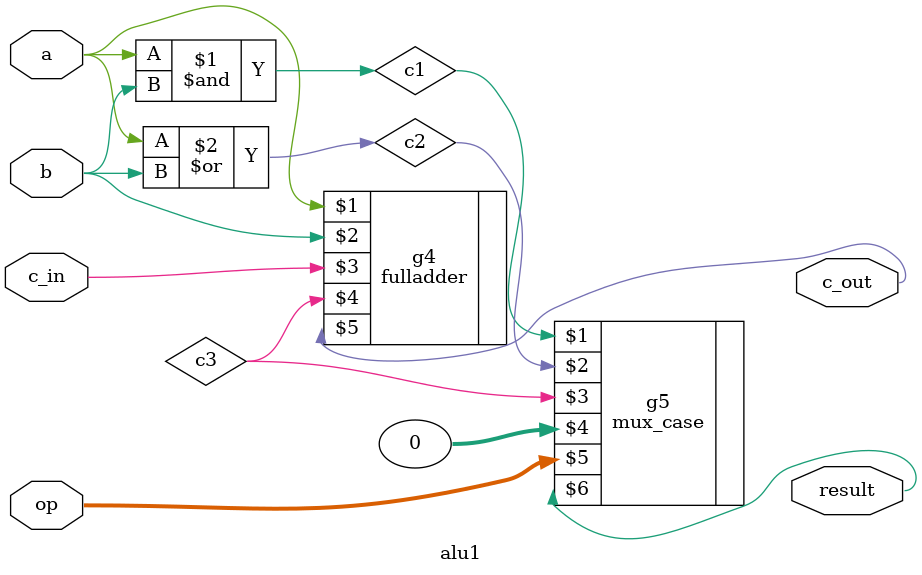
<source format=v>
module alu1 (
		input	a,
		input	b,
		input	c_in,
		input	[1:0] op,
		output	result,
		output	c_out
		);

	wire	c1, c2, c3;
	and	g1(c1, a, b);
	or	g2(c2, a, b);
	fulladder	g4(a, b, c_in, c3, c_out);
	mux_case	g5(c1, c2, c3, 0, op, result);

endmodule


</source>
